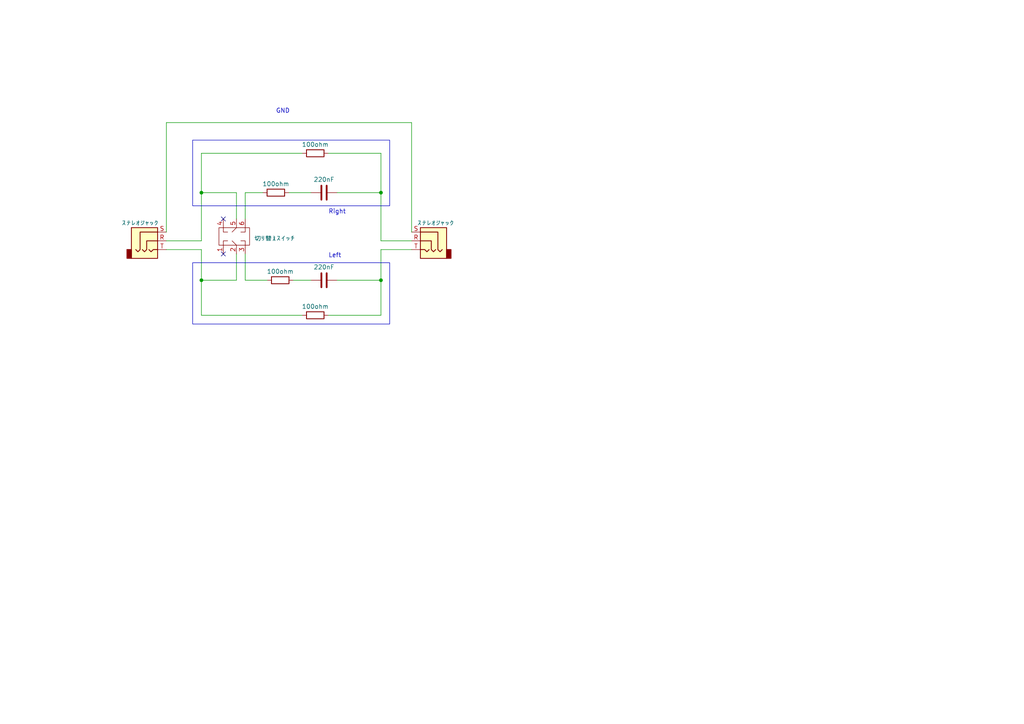
<source format=kicad_sch>
(kicad_sch (version 20230121) (generator eeschema)

  (uuid 158a1466-f2d9-4f54-a98f-fa22485fc04b)

  (paper "A4")

  (lib_symbols
    (symbol "Connector_Audio:AudioJack3" (in_bom yes) (on_board yes)
      (property "Reference" "J" (at 0 8.89 0)
        (effects (font (size 1.27 1.27)))
      )
      (property "Value" "AudioJack3" (at 0 6.35 0)
        (effects (font (size 1.27 1.27)))
      )
      (property "Footprint" "" (at 0 0 0)
        (effects (font (size 1.27 1.27)) hide)
      )
      (property "Datasheet" "~" (at 0 0 0)
        (effects (font (size 1.27 1.27)) hide)
      )
      (property "ki_keywords" "audio jack receptacle stereo headphones phones TRS connector" (at 0 0 0)
        (effects (font (size 1.27 1.27)) hide)
      )
      (property "ki_description" "Audio Jack, 3 Poles (Stereo / TRS)" (at 0 0 0)
        (effects (font (size 1.27 1.27)) hide)
      )
      (property "ki_fp_filters" "Jack*" (at 0 0 0)
        (effects (font (size 1.27 1.27)) hide)
      )
      (symbol "AudioJack3_0_1"
        (rectangle (start -5.08 -5.08) (end -6.35 -2.54)
          (stroke (width 0.254) (type default))
          (fill (type outline))
        )
        (polyline
          (pts
            (xy 0 -2.54)
            (xy 0.635 -3.175)
            (xy 1.27 -2.54)
            (xy 2.54 -2.54)
          )
          (stroke (width 0.254) (type default))
          (fill (type none))
        )
        (polyline
          (pts
            (xy -1.905 -2.54)
            (xy -1.27 -3.175)
            (xy -0.635 -2.54)
            (xy -0.635 0)
            (xy 2.54 0)
          )
          (stroke (width 0.254) (type default))
          (fill (type none))
        )
        (polyline
          (pts
            (xy 2.54 2.54)
            (xy -2.54 2.54)
            (xy -2.54 -2.54)
            (xy -3.175 -3.175)
            (xy -3.81 -2.54)
          )
          (stroke (width 0.254) (type default))
          (fill (type none))
        )
        (rectangle (start 2.54 3.81) (end -5.08 -5.08)
          (stroke (width 0.254) (type default))
          (fill (type background))
        )
      )
      (symbol "AudioJack3_1_1"
        (pin passive line (at 5.08 0 180) (length 2.54)
          (name "~" (effects (font (size 1.27 1.27))))
          (number "R" (effects (font (size 1.27 1.27))))
        )
        (pin passive line (at 5.08 2.54 180) (length 2.54)
          (name "~" (effects (font (size 1.27 1.27))))
          (number "S" (effects (font (size 1.27 1.27))))
        )
        (pin passive line (at 5.08 -2.54 180) (length 2.54)
          (name "~" (effects (font (size 1.27 1.27))))
          (number "T" (effects (font (size 1.27 1.27))))
        )
      )
    )
    (symbol "Device:C" (pin_numbers hide) (pin_names (offset 0.254)) (in_bom yes) (on_board yes)
      (property "Reference" "C" (at 0.635 2.54 0)
        (effects (font (size 1.27 1.27)) (justify left))
      )
      (property "Value" "C" (at 0.635 -2.54 0)
        (effects (font (size 1.27 1.27)) (justify left))
      )
      (property "Footprint" "" (at 0.9652 -3.81 0)
        (effects (font (size 1.27 1.27)) hide)
      )
      (property "Datasheet" "~" (at 0 0 0)
        (effects (font (size 1.27 1.27)) hide)
      )
      (property "ki_keywords" "cap capacitor" (at 0 0 0)
        (effects (font (size 1.27 1.27)) hide)
      )
      (property "ki_description" "Unpolarized capacitor" (at 0 0 0)
        (effects (font (size 1.27 1.27)) hide)
      )
      (property "ki_fp_filters" "C_*" (at 0 0 0)
        (effects (font (size 1.27 1.27)) hide)
      )
      (symbol "C_0_1"
        (polyline
          (pts
            (xy -2.032 -0.762)
            (xy 2.032 -0.762)
          )
          (stroke (width 0.508) (type default))
          (fill (type none))
        )
        (polyline
          (pts
            (xy -2.032 0.762)
            (xy 2.032 0.762)
          )
          (stroke (width 0.508) (type default))
          (fill (type none))
        )
      )
      (symbol "C_1_1"
        (pin passive line (at 0 3.81 270) (length 2.794)
          (name "~" (effects (font (size 1.27 1.27))))
          (number "1" (effects (font (size 1.27 1.27))))
        )
        (pin passive line (at 0 -3.81 90) (length 2.794)
          (name "~" (effects (font (size 1.27 1.27))))
          (number "2" (effects (font (size 1.27 1.27))))
        )
      )
    )
    (symbol "Device:R" (pin_numbers hide) (pin_names (offset 0)) (in_bom yes) (on_board yes)
      (property "Reference" "R" (at 2.032 0 90)
        (effects (font (size 1.27 1.27)))
      )
      (property "Value" "R" (at 0 0 90)
        (effects (font (size 1.27 1.27)))
      )
      (property "Footprint" "" (at -1.778 0 90)
        (effects (font (size 1.27 1.27)) hide)
      )
      (property "Datasheet" "~" (at 0 0 0)
        (effects (font (size 1.27 1.27)) hide)
      )
      (property "ki_keywords" "R res resistor" (at 0 0 0)
        (effects (font (size 1.27 1.27)) hide)
      )
      (property "ki_description" "Resistor" (at 0 0 0)
        (effects (font (size 1.27 1.27)) hide)
      )
      (property "ki_fp_filters" "R_*" (at 0 0 0)
        (effects (font (size 1.27 1.27)) hide)
      )
      (symbol "R_0_1"
        (rectangle (start -1.016 -2.54) (end 1.016 2.54)
          (stroke (width 0.254) (type default))
          (fill (type none))
        )
      )
      (symbol "R_1_1"
        (pin passive line (at 0 3.81 270) (length 1.27)
          (name "~" (effects (font (size 1.27 1.27))))
          (number "1" (effects (font (size 1.27 1.27))))
        )
        (pin passive line (at 0 -3.81 90) (length 1.27)
          (name "~" (effects (font (size 1.27 1.27))))
          (number "2" (effects (font (size 1.27 1.27))))
        )
      )
    )
    (symbol "maylib:CMSD2202TB" (in_bom yes) (on_board yes)
      (property "Reference" "SW" (at 0 6.35 0)
        (effects (font (size 1.27 1.27)))
      )
      (property "Value" "" (at 0 0 0)
        (effects (font (size 1.27 1.27)))
      )
      (property "Footprint" "" (at 0 0 0)
        (effects (font (size 1.27 1.27)) hide)
      )
      (property "Datasheet" "" (at 0 0 0)
        (effects (font (size 1.27 1.27)) hide)
      )
      (symbol "CMSD2202TB_0_1"
        (rectangle (start -2.54 3.81) (end 2.54 -5.08)
          (stroke (width 0) (type default))
          (fill (type none))
        )
        (polyline
          (pts
            (xy -2.54 -1.27)
            (xy -1.27 0)
          )
          (stroke (width 0) (type default))
          (fill (type none))
        )
        (polyline
          (pts
            (xy 2.54 -1.27)
            (xy 1.27 0)
          )
          (stroke (width 0) (type default))
          (fill (type none))
        )
        (polyline
          (pts
            (xy -2.54 -3.81)
            (xy -1.27 -3.81)
            (xy -1.27 -2.54)
          )
          (stroke (width 0) (type default))
          (fill (type none))
        )
        (polyline
          (pts
            (xy -2.54 2.54)
            (xy -1.27 2.54)
            (xy -1.27 1.27)
          )
          (stroke (width 0) (type default))
          (fill (type none))
        )
        (polyline
          (pts
            (xy 2.54 -3.81)
            (xy 1.27 -3.81)
            (xy 1.27 -2.54)
          )
          (stroke (width 0) (type default))
          (fill (type none))
        )
        (polyline
          (pts
            (xy 2.54 2.54)
            (xy 1.27 2.54)
            (xy 1.27 1.27)
          )
          (stroke (width 0) (type default))
          (fill (type none))
        )
      )
      (symbol "CMSD2202TB_1_1"
        (pin input line (at -5.08 2.54 0) (length 2.54)
          (name "" (effects (font (size 1.27 1.27))))
          (number "1" (effects (font (size 1.27 1.27))))
        )
        (pin input line (at -5.08 -1.27 0) (length 2.54)
          (name "" (effects (font (size 1.27 1.27))))
          (number "2" (effects (font (size 1.27 1.27))))
        )
        (pin input line (at -5.08 -3.81 0) (length 2.54)
          (name "" (effects (font (size 1.27 1.27))))
          (number "3" (effects (font (size 1.27 1.27))))
        )
        (pin input line (at 5.08 2.54 180) (length 2.54)
          (name "" (effects (font (size 1.27 1.27))))
          (number "4" (effects (font (size 1.27 1.27))))
        )
        (pin input line (at 5.08 -1.27 180) (length 2.54)
          (name "" (effects (font (size 1.27 1.27))))
          (number "5" (effects (font (size 1.27 1.27))))
        )
        (pin input line (at 5.08 -3.81 180) (length 2.54)
          (name "" (effects (font (size 1.27 1.27))))
          (number "6" (effects (font (size 1.27 1.27))))
        )
      )
    )
  )

  (junction (at 110.49 55.88) (diameter 0) (color 0 0 0 0)
    (uuid 0ad94159-4230-40ce-9dcc-e248edb6474a)
  )
  (junction (at 58.42 81.28) (diameter 0) (color 0 0 0 0)
    (uuid 4fb5f2a6-b4cf-4841-85fe-a4d543a0b70a)
  )
  (junction (at 110.49 81.28) (diameter 0) (color 0 0 0 0)
    (uuid b09d6e7f-d99e-4910-88e4-33b6dd6e63a9)
  )
  (junction (at 58.42 55.88) (diameter 0) (color 0 0 0 0)
    (uuid f50eae59-f464-42f5-b38e-9998a58f9cec)
  )

  (no_connect (at 64.77 73.66) (uuid 7f84bfa1-6b77-4d0c-bde9-50242f89bd3c))
  (no_connect (at 64.77 63.5) (uuid ef350d18-86d9-45f6-81e3-e09e64721fc3))

  (wire (pts (xy 68.58 55.88) (xy 58.42 55.88))
    (stroke (width 0) (type default))
    (uuid 00e2e703-b50a-4f3d-af04-a0d5fd5cbe8a)
  )
  (wire (pts (xy 48.26 69.85) (xy 58.42 69.85))
    (stroke (width 0) (type default))
    (uuid 0dfe29ae-7da9-4448-8692-4ffc56604676)
  )
  (wire (pts (xy 97.79 81.28) (xy 110.49 81.28))
    (stroke (width 0) (type default))
    (uuid 1273bf73-917a-409a-b3a0-e5ba808389a2)
  )
  (wire (pts (xy 71.12 81.28) (xy 77.47 81.28))
    (stroke (width 0) (type default))
    (uuid 14fa10eb-92dc-4631-a16c-13d361190e4e)
  )
  (wire (pts (xy 48.26 67.31) (xy 48.26 35.56))
    (stroke (width 0) (type default))
    (uuid 1a8dc917-6739-4529-9f91-1970e792c16f)
  )
  (wire (pts (xy 110.49 44.45) (xy 110.49 55.88))
    (stroke (width 0) (type default))
    (uuid 231c8ba1-8e9f-47c0-9aa0-42f65eed5f48)
  )
  (wire (pts (xy 110.49 81.28) (xy 110.49 91.44))
    (stroke (width 0) (type default))
    (uuid 32f8abc5-b84b-4c95-943b-7de602bbf22b)
  )
  (wire (pts (xy 58.42 81.28) (xy 68.58 81.28))
    (stroke (width 0) (type default))
    (uuid 38ac528a-2791-4bb2-ba66-436bed6522a7)
  )
  (wire (pts (xy 58.42 72.39) (xy 58.42 81.28))
    (stroke (width 0) (type default))
    (uuid 4a3714a8-f7c0-4ba2-a322-675b7dfbe146)
  )
  (wire (pts (xy 85.09 81.28) (xy 90.17 81.28))
    (stroke (width 0) (type default))
    (uuid 513a92df-283a-40b1-8f61-6e152de6553a)
  )
  (wire (pts (xy 87.63 91.44) (xy 58.42 91.44))
    (stroke (width 0) (type default))
    (uuid 515fc92e-b33f-4257-aa62-88cbde672312)
  )
  (wire (pts (xy 71.12 55.88) (xy 76.2 55.88))
    (stroke (width 0) (type default))
    (uuid 5bb21b9a-56e8-4dba-b9c7-c993491eadc1)
  )
  (wire (pts (xy 119.38 35.56) (xy 119.38 67.31))
    (stroke (width 0) (type default))
    (uuid 608fabad-aea2-41af-8d66-30eed6137f6e)
  )
  (wire (pts (xy 71.12 55.88) (xy 71.12 63.5))
    (stroke (width 0) (type default))
    (uuid 61556db8-5473-4a5e-988e-cd066bf6c1c8)
  )
  (wire (pts (xy 58.42 91.44) (xy 58.42 81.28))
    (stroke (width 0) (type default))
    (uuid 670eb524-e47a-483b-9619-45327ef339a1)
  )
  (wire (pts (xy 68.58 73.66) (xy 68.58 81.28))
    (stroke (width 0) (type default))
    (uuid 75f9c678-043b-4de8-931e-f12c2f055acd)
  )
  (wire (pts (xy 58.42 55.88) (xy 58.42 69.85))
    (stroke (width 0) (type default))
    (uuid 7cc92cff-45e3-49f7-bc90-a100837b7133)
  )
  (wire (pts (xy 95.25 91.44) (xy 110.49 91.44))
    (stroke (width 0) (type default))
    (uuid 81c3b840-7906-4708-bc35-d35571bb2f63)
  )
  (wire (pts (xy 83.82 55.88) (xy 90.17 55.88))
    (stroke (width 0) (type default))
    (uuid 8a9b6dcf-b6ae-4224-80c6-168badcfcb2e)
  )
  (wire (pts (xy 110.49 69.85) (xy 119.38 69.85))
    (stroke (width 0) (type default))
    (uuid 943f571a-fa47-4386-b79c-89454b58b049)
  )
  (wire (pts (xy 68.58 63.5) (xy 68.58 55.88))
    (stroke (width 0) (type default))
    (uuid a865819f-a6f3-4011-a885-acc0bda9f370)
  )
  (wire (pts (xy 95.25 44.45) (xy 110.49 44.45))
    (stroke (width 0) (type default))
    (uuid b3fcea21-0085-4406-9ec3-ba9e08ffc86b)
  )
  (wire (pts (xy 48.26 35.56) (xy 119.38 35.56))
    (stroke (width 0) (type default))
    (uuid ba6eeb18-49fa-4fa1-bdb4-1e1abfa0221c)
  )
  (wire (pts (xy 97.79 55.88) (xy 110.49 55.88))
    (stroke (width 0) (type default))
    (uuid c49c05e5-001a-4773-8306-3d936ccfa37d)
  )
  (wire (pts (xy 110.49 72.39) (xy 119.38 72.39))
    (stroke (width 0) (type default))
    (uuid e237d409-12dd-4926-925c-3707e2b78e34)
  )
  (wire (pts (xy 58.42 72.39) (xy 48.26 72.39))
    (stroke (width 0) (type default))
    (uuid e7b5a79e-2179-495a-a96a-671b7858943b)
  )
  (wire (pts (xy 58.42 44.45) (xy 87.63 44.45))
    (stroke (width 0) (type default))
    (uuid e947ef84-e721-4d4a-965b-f0fa072495c3)
  )
  (wire (pts (xy 58.42 44.45) (xy 58.42 55.88))
    (stroke (width 0) (type default))
    (uuid ed3ad015-5fa1-41a0-b772-f7a8b43d4610)
  )
  (wire (pts (xy 71.12 73.66) (xy 71.12 81.28))
    (stroke (width 0) (type default))
    (uuid f0341a8e-7798-4285-88a7-a5770fadd08b)
  )
  (wire (pts (xy 110.49 81.28) (xy 110.49 72.39))
    (stroke (width 0) (type default))
    (uuid f1dabd78-07d7-4e11-a373-3fb5460d2f0b)
  )
  (wire (pts (xy 110.49 55.88) (xy 110.49 69.85))
    (stroke (width 0) (type default))
    (uuid feb0bccd-2922-4ac1-896b-0e97bf9a1833)
  )

  (rectangle (start 55.88 76.2) (end 113.03 93.98)
    (stroke (width 0) (type default))
    (fill (type none))
    (uuid 365d6e3f-ca00-4d8a-b09c-fef334224fca)
  )
  (rectangle (start 55.88 40.64) (end 113.03 59.69)
    (stroke (width 0) (type default))
    (fill (type none))
    (uuid 60f79214-eb24-44a1-99a3-eb4abf4e8325)
  )

  (text "GND" (at 80.01 33.02 0)
    (effects (font (size 1.27 1.27)) (justify left bottom))
    (uuid 9dea7861-89ab-4c93-8125-830f74cb5cce)
  )
  (text "Left" (at 95.25 74.93 0)
    (effects (font (size 1.27 1.27)) (justify left bottom))
    (uuid caf83d65-618b-4fd3-b9dc-7677df2e127f)
  )
  (text "Right" (at 95.25 62.23 0)
    (effects (font (size 1.27 1.27)) (justify left bottom))
    (uuid de159669-5496-4a0c-8035-474e613548bc)
  )

  (symbol (lib_id "Device:C") (at 93.98 81.28 90) (unit 1)
    (in_bom yes) (on_board yes) (dnp no) (fields_autoplaced)
    (uuid 0c3842c8-0154-4ae9-a774-d37202f9b5f4)
    (property "Reference" "C2" (at 93.98 74.93 90)
      (effects (font (size 1.27 1.27)) hide)
    )
    (property "Value" "220nF" (at 93.98 77.47 90)
      (effects (font (size 1.27 1.27)))
    )
    (property "Footprint" "Capacitor_SMD:C_0805_2012Metric_Pad1.18x1.45mm_HandSolder" (at 97.79 80.3148 0)
      (effects (font (size 1.27 1.27)) hide)
    )
    (property "Datasheet" "~" (at 93.98 81.28 0)
      (effects (font (size 1.27 1.27)) hide)
    )
    (pin "1" (uuid 8e9575ac-a1b0-4d7a-aa01-0f8a339afee1))
    (pin "2" (uuid 4df5ef9c-d278-4b40-8f85-9e6d55904d94))
    (instances
      (project "erforasmr2"
        (path "/158a1466-f2d9-4f54-a98f-fa22485fc04b"
          (reference "C2") (unit 1)
        )
      )
    )
  )

  (symbol (lib_id "Device:R") (at 91.44 44.45 90) (unit 1)
    (in_bom yes) (on_board yes) (dnp no)
    (uuid 0f6a4684-666b-4e3b-ad25-011892c4736b)
    (property "Reference" "R1" (at 91.44 39.37 90)
      (effects (font (size 1.27 1.27)) hide)
    )
    (property "Value" "100ohm" (at 91.44 41.91 90)
      (effects (font (size 1.27 1.27)))
    )
    (property "Footprint" "Resistor_SMD:R_0603_1608Metric_Pad0.98x0.95mm_HandSolder" (at 91.44 46.228 90)
      (effects (font (size 1.27 1.27)) hide)
    )
    (property "Datasheet" "~" (at 91.44 44.45 0)
      (effects (font (size 1.27 1.27)) hide)
    )
    (pin "1" (uuid 7bb725c0-66a0-4ba2-ba54-82ea4f51d73b))
    (pin "2" (uuid 3e578a22-4089-4a30-a449-6b6dda5b7f88))
    (instances
      (project "erforasmr2"
        (path "/158a1466-f2d9-4f54-a98f-fa22485fc04b"
          (reference "R1") (unit 1)
        )
      )
    )
  )

  (symbol (lib_id "Device:R") (at 91.44 91.44 90) (unit 1)
    (in_bom yes) (on_board yes) (dnp no)
    (uuid 414d2fa9-249a-461f-b241-82f7be91a632)
    (property "Reference" "R4" (at 91.44 86.36 90)
      (effects (font (size 1.27 1.27)) hide)
    )
    (property "Value" "100ohm" (at 91.44 88.9 90)
      (effects (font (size 1.27 1.27)))
    )
    (property "Footprint" "Resistor_SMD:R_0603_1608Metric_Pad0.98x0.95mm_HandSolder" (at 91.44 93.218 90)
      (effects (font (size 1.27 1.27)) hide)
    )
    (property "Datasheet" "~" (at 91.44 91.44 0)
      (effects (font (size 1.27 1.27)) hide)
    )
    (pin "1" (uuid f1b26263-e259-420f-8c84-4935e2c4ea3f))
    (pin "2" (uuid 4c537ca2-dd70-4f77-a3f2-e61418c8d976))
    (instances
      (project "erforasmr2"
        (path "/158a1466-f2d9-4f54-a98f-fa22485fc04b"
          (reference "R4") (unit 1)
        )
      )
    )
  )

  (symbol (lib_id "Connector_Audio:AudioJack3") (at 43.18 69.85 0) (unit 1)
    (in_bom yes) (on_board yes) (dnp no)
    (uuid 8604cc9d-cb98-4ae7-8987-3c014554c95a)
    (property "Reference" "J1" (at 41.275 62.23 0)
      (effects (font (size 1.27 1.27)) hide)
    )
    (property "Value" "ステレオジャック" (at 40.64 64.77 0)
      (effects (font (size 1.27 1.27)))
    )
    (property "Footprint" "Connector_Audio:Jack_3.5mm_Switronic_ST-005-G_horizontal" (at 43.18 69.85 0)
      (effects (font (size 1.27 1.27)) hide)
    )
    (property "Datasheet" "~" (at 43.18 69.85 0)
      (effects (font (size 1.27 1.27)) hide)
    )
    (pin "R" (uuid 5b8b5c96-ae04-4f9f-8754-0329370a621a))
    (pin "S" (uuid a143db65-4839-4c1d-aef7-c1892b7e7ced))
    (pin "T" (uuid a5b20cd4-23e1-4608-a1f1-63fd5580ed9b))
    (instances
      (project "erforasmr2"
        (path "/158a1466-f2d9-4f54-a98f-fa22485fc04b"
          (reference "J1") (unit 1)
        )
      )
    )
  )

  (symbol (lib_id "maylib:CMSD2202TB") (at 67.31 68.58 90) (unit 1)
    (in_bom yes) (on_board yes) (dnp no) (fields_autoplaced)
    (uuid b1d82ba1-796c-4c64-810c-30b3cf19b931)
    (property "Reference" "切り替えスイッチ" (at 73.66 69.215 90)
      (effects (font (size 1.27 1.27)) (justify right))
    )
    (property "Value" "~" (at 67.31 68.58 0)
      (effects (font (size 1.27 1.27)) hide)
    )
    (property "Footprint" "mylib:CMS-2202TB" (at 67.31 68.58 0)
      (effects (font (size 1.27 1.27)) hide)
    )
    (property "Datasheet" "" (at 67.31 68.58 0)
      (effects (font (size 1.27 1.27)) hide)
    )
    (pin "1" (uuid e6a38777-d383-4d91-beb8-723a8ce927b7))
    (pin "2" (uuid fe9254dd-0e53-4c91-8c61-105eb58e3572))
    (pin "3" (uuid 1f679367-45ab-4c52-9c1b-27fede161302))
    (pin "4" (uuid f844830f-99fd-4034-8cba-6d921e9c59b8))
    (pin "5" (uuid 0c249445-837a-45a8-809a-a860e47efadf))
    (pin "6" (uuid a505b201-65e5-46f5-9719-3e9686108677))
    (instances
      (project "erforasmr2"
        (path "/158a1466-f2d9-4f54-a98f-fa22485fc04b"
          (reference "切り替えスイッチ") (unit 1)
        )
      )
    )
  )

  (symbol (lib_id "Device:R") (at 81.28 81.28 90) (unit 1)
    (in_bom yes) (on_board yes) (dnp no) (fields_autoplaced)
    (uuid b2ad6ffd-38b1-4eab-9da8-b812ee91b9e5)
    (property "Reference" "R3" (at 81.28 76.2 90)
      (effects (font (size 1.27 1.27)) hide)
    )
    (property "Value" "100ohm" (at 81.28 78.74 90)
      (effects (font (size 1.27 1.27)))
    )
    (property "Footprint" "Resistor_SMD:R_0603_1608Metric_Pad0.98x0.95mm_HandSolder" (at 81.28 83.058 90)
      (effects (font (size 1.27 1.27)) hide)
    )
    (property "Datasheet" "~" (at 81.28 81.28 0)
      (effects (font (size 1.27 1.27)) hide)
    )
    (pin "1" (uuid 14979f6e-ba0a-44e2-ba7c-5138b38e26bd))
    (pin "2" (uuid bec7fa0c-06b0-45be-9c41-c0e1115b6d1a))
    (instances
      (project "erforasmr2"
        (path "/158a1466-f2d9-4f54-a98f-fa22485fc04b"
          (reference "R3") (unit 1)
        )
      )
    )
  )

  (symbol (lib_id "Device:R") (at 80.01 55.88 90) (unit 1)
    (in_bom yes) (on_board yes) (dnp no) (fields_autoplaced)
    (uuid b932ae39-2c50-473e-acc8-1564ea57a300)
    (property "Reference" "R2" (at 80.01 50.8 90)
      (effects (font (size 1.27 1.27)) hide)
    )
    (property "Value" "100ohm" (at 80.01 53.34 90)
      (effects (font (size 1.27 1.27)))
    )
    (property "Footprint" "Resistor_SMD:R_0603_1608Metric_Pad0.98x0.95mm_HandSolder" (at 80.01 57.658 90)
      (effects (font (size 1.27 1.27)) hide)
    )
    (property "Datasheet" "~" (at 80.01 55.88 0)
      (effects (font (size 1.27 1.27)) hide)
    )
    (pin "1" (uuid 4fb1382f-fd79-453c-bf61-b076ef449f7f))
    (pin "2" (uuid 090804f8-f595-46ba-ae49-a5466736e6c2))
    (instances
      (project "erforasmr2"
        (path "/158a1466-f2d9-4f54-a98f-fa22485fc04b"
          (reference "R2") (unit 1)
        )
      )
    )
  )

  (symbol (lib_id "Connector_Audio:AudioJack3") (at 124.46 69.85 0) (mirror y) (unit 1)
    (in_bom yes) (on_board yes) (dnp no)
    (uuid d7e25e35-927a-4580-99d5-bab144fbdb15)
    (property "Reference" "J2" (at 126.365 62.23 0)
      (effects (font (size 1.27 1.27)) hide)
    )
    (property "Value" "ステレオジャック" (at 126.365 64.77 0)
      (effects (font (size 1.27 1.27)))
    )
    (property "Footprint" "Connector_Audio:Jack_3.5mm_Switronic_ST-005-G_horizontal" (at 124.46 69.85 0)
      (effects (font (size 1.27 1.27)) hide)
    )
    (property "Datasheet" "~" (at 124.46 69.85 0)
      (effects (font (size 1.27 1.27)) hide)
    )
    (pin "R" (uuid f38be079-0695-4fdf-a97e-432998ef0b2d))
    (pin "S" (uuid d5338284-7bf1-45e3-b2fd-966f018da654))
    (pin "T" (uuid 410bcef5-c001-44db-9bb8-4b786b10bd3a))
    (instances
      (project "erforasmr2"
        (path "/158a1466-f2d9-4f54-a98f-fa22485fc04b"
          (reference "J2") (unit 1)
        )
      )
    )
  )

  (symbol (lib_id "Device:C") (at 93.98 55.88 90) (unit 1)
    (in_bom yes) (on_board yes) (dnp no) (fields_autoplaced)
    (uuid e423760e-6236-40a5-b9ba-a56e02bb80d0)
    (property "Reference" "C1" (at 93.98 49.53 90)
      (effects (font (size 1.27 1.27)) hide)
    )
    (property "Value" "220nF" (at 93.98 52.07 90)
      (effects (font (size 1.27 1.27)))
    )
    (property "Footprint" "Capacitor_SMD:C_0805_2012Metric_Pad1.18x1.45mm_HandSolder" (at 97.79 54.9148 0)
      (effects (font (size 1.27 1.27)) hide)
    )
    (property "Datasheet" "~" (at 93.98 55.88 0)
      (effects (font (size 1.27 1.27)) hide)
    )
    (pin "1" (uuid 4d552738-0b0c-4272-b896-2c7f94bcf887))
    (pin "2" (uuid 663f2bfe-380e-4e96-8b36-717bbd39d306))
    (instances
      (project "erforasmr2"
        (path "/158a1466-f2d9-4f54-a98f-fa22485fc04b"
          (reference "C1") (unit 1)
        )
      )
    )
  )

  (sheet_instances
    (path "/" (page "1"))
  )
)

</source>
